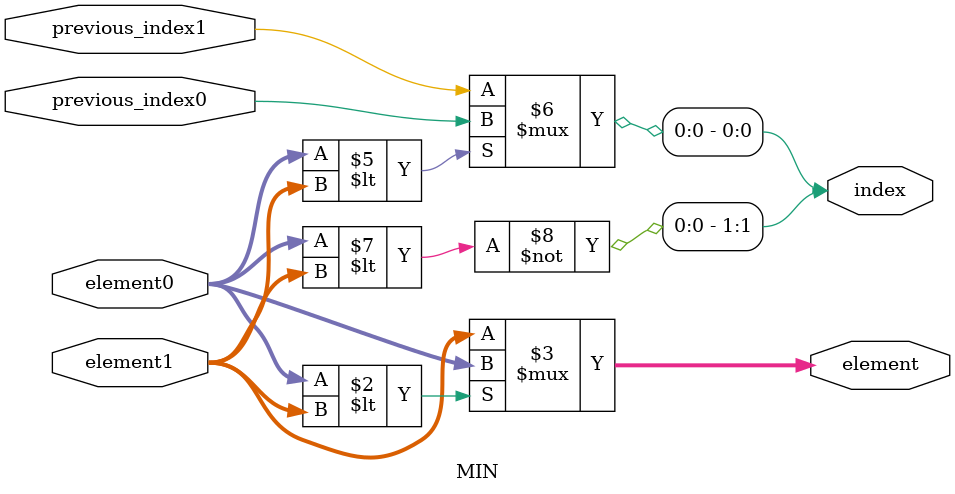
<source format=v>

module MIN #(
    parameter BIT_WIDTH            = 14,
    parameter PREVIOUS_INDEX_WIDTH = 1
) (
    input      [           BIT_WIDTH-1:0] element0       ,
    input      [           BIT_WIDTH-1:0] element1       ,
    input      [PREVIOUS_INDEX_WIDTH-1:0] previous_index0,
    input      [PREVIOUS_INDEX_WIDTH-1:0] previous_index1,
    output reg [  PREVIOUS_INDEX_WIDTH:0] index          ,
    output reg [           BIT_WIDTH-1:0] element
);
    always @(*)
        begin

            element = element0<element1?element0:element1;
        end
    always @(*)
        begin
            index = {~(element0<element1), element0<element1?previous_index0:previous_index1};
        end
endmodule

</source>
